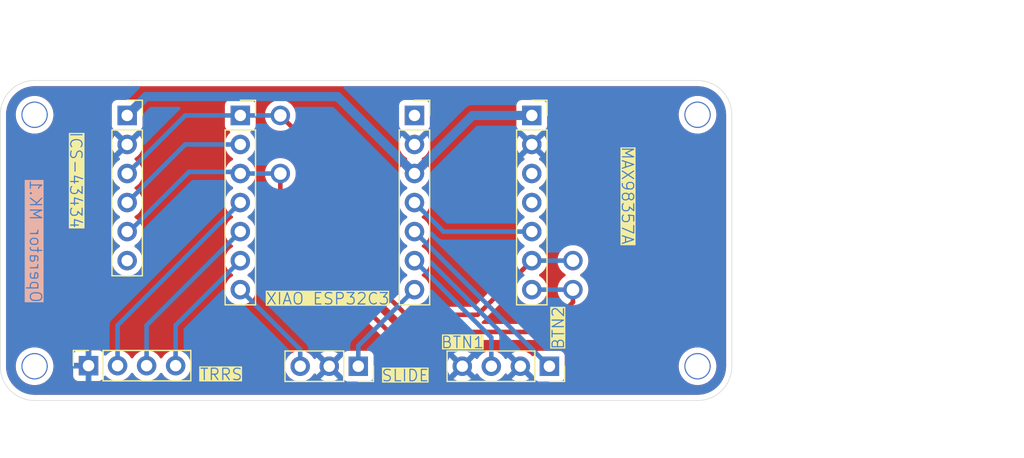
<source format=kicad_pcb>
(kicad_pcb (version 20241229) (generator "pcbnew") (generator_version "9.0")
  (layers (0 "F.Cu" signal) (2 "B.Cu" signal) (13 "F.Paste" user) (15 "B.Paste" user) (5 "F.SilkS" user "F.Silkscreen") (7 "B.SilkS" user "B.Silkscreen") (1 "F.Mask" user) (3 "B.Mask" user) (25 "Edge.Cuts" user))
  (net 0 "")
  (net 2 "BCLK")
  (net 3 "GND")
  (net 4 "LRC")
  (net 5 "3V")
  (net 6 "DOUT")
  (net 7 "DIN")
  (net 11 "D7")
  (net 12 "D9")
  (net 13 "D4")
  (net 14 "D8")
  (net 15 "D5")
  (net 16 "D6")
  (net 17 "D3")
  (footprint "Connector_PinSocket_2.54mm:PinSocket_1x07_P2.54mm_Vertical" (layer "F.Cu") (at 153.5 90.06)
    (property "Reference" "J4" (hide yes))
    (property "Value" "Speaker" (hide yes))
    (fp_line (start -1.33 1.27) (end -1.33 16.57) (stroke (width 0.12)) (layer "F.SilkS"))
    (fp_line (start -1.33 1.27) (end 1.33 1.27) (stroke (width 0.12)) (layer "F.SilkS"))
    (fp_line (start -1.33 16.57) (end 1.33 16.57) (stroke (width 0.12)) (layer "F.SilkS"))
    (fp_line (start 0 -1.33) (end 1.33 -1.33) (stroke (width 0.12)) (layer "F.SilkS"))
    (fp_line (start 1.33 -1.33) (end 1.33 0) (stroke (width 0.12)) (layer "F.SilkS"))
    (fp_line (start 1.33 1.27) (end 1.33 16.57) (stroke (width 0.12)) (layer "F.SilkS"))
    (pad "1" thru_hole rect (at 0 0) (size 1.7 1.7) (drill 1) (layers "*.Cu" "*.Mask") (net 5 "3V"))
    (pad "2" thru_hole circle (at 0 2.54) (size 1.7 1.7) (drill 1) (layers "*.Cu" "*.Mask") (net 3 "GND"))
    (pad "3" thru_hole circle (at 0 5.08) (size 1.7 1.7) (drill 1) (layers "*.Cu" "*.Mask"))
    (pad "4" thru_hole circle (at 0 7.62) (size 1.7 1.7) (drill 1) (layers "*.Cu" "*.Mask"))
    (pad "5" thru_hole circle (at 0 10.16) (size 1.7 1.7) (drill 1) (layers "*.Cu" "*.Mask") (net 7 "DIN"))
    (pad "6" thru_hole circle (at 0 12.7) (size 1.7 1.7) (drill 1) (layers "*.Cu" "*.Mask") (net 2 "BCLK"))
    (pad "7" thru_hole circle (at 0 15.24) (size 1.7 1.7) (drill 1) (layers "*.Cu" "*.Mask") (net 4 "LRC"))
  )
  (footprint "fab:MountingHole_M2" (layer "F.Cu") (at 168 90)
    (property "Reference" "REF**" (hide yes))
    (property "Value" "MountingHole_M2" (hide yes))
    (pad "" thru_hole circle (at 0 0) (size 2.3 2.3) (drill 2.1) (layers "*.Cu" "*.Mask"))
  )
  (footprint "Connector_PinSocket_2.54mm:PinSocket_1x04_P2.54mm_Vertical" (layer "F.Cu") (at 155.04 112 -90)
    (property "Reference" "J3" (hide yes))
    (property "Value" "Buttons" (hide yes))
    (fp_line (start -1.33 8.95) (end 1.33 8.95) (stroke (width 0.12)) (layer "F.SilkS"))
    (fp_line (start -1.33 1.27) (end -1.33 8.95) (stroke (width 0.12)) (layer "F.SilkS"))
    (fp_line (start -1.33 1.27) (end 1.33 1.27) (stroke (width 0.12)) (layer "F.SilkS"))
    (fp_line (start 1.33 1.27) (end 1.33 8.95) (stroke (width 0.12)) (layer "F.SilkS"))
    (fp_line (start 0 -1.33) (end 1.33 -1.33) (stroke (width 0.12)) (layer "F.SilkS"))
    (fp_line (start 1.33 -1.33) (end 1.33 0) (stroke (width 0.12)) (layer "F.SilkS"))
    (pad "1" thru_hole rect (at 0 0 270) (size 1.7 1.7) (drill 1) (layers "*.Cu" "*.Mask") (net 12 "D9"))
    (pad "2" thru_hole circle (at 0 2.54 270) (size 1.7 1.7) (drill 1) (layers "*.Cu" "*.Mask") (net 3 "GND"))
    (pad "3" thru_hole circle (at 0 5.08 270) (size 1.7 1.7) (drill 1) (layers "*.Cu" "*.Mask") (net 14 "D8"))
    (pad "4" thru_hole circle (at 0 7.62 270) (size 1.7 1.7) (drill 1) (layers "*.Cu" "*.Mask") (net 3 "GND"))
  )
  (footprint "fab:MountingHole_M2" (layer "F.Cu") (at 110 112)
    (property "Reference" "REF**" (hide yes))
    (property "Value" "MountingHole_M2" (hide yes))
    (pad "" thru_hole circle (at 0 0) (size 2.3 2.3) (drill 2.1) (layers "*.Cu" "*.Mask"))
  )
  (footprint "Connector_PinSocket_2.54mm:PinSocket_1x07_P2.54mm_Vertical" (layer "F.Cu") (at 128 90.06)
    (property "Reference" "J5" (hide yes))
    (property "Value" "Xiao Left" (hide yes))
    (fp_line (start -1.33 1.27) (end -1.33 16.57) (stroke (width 0.12)) (layer "F.SilkS"))
    (fp_line (start -1.33 1.27) (end 1.33 1.27) (stroke (width 0.12)) (layer "F.SilkS"))
    (fp_line (start -1.33 16.57) (end 1.33 16.57) (stroke (width 0.12)) (layer "F.SilkS"))
    (fp_line (start 0 -1.33) (end 1.33 -1.33) (stroke (width 0.12)) (layer "F.SilkS"))
    (fp_line (start 1.33 -1.33) (end 1.33 0) (stroke (width 0.12)) (layer "F.SilkS"))
    (fp_line (start 1.33 1.27) (end 1.33 16.57) (stroke (width 0.12)) (layer "F.SilkS"))
    (pad "1" thru_hole rect (at 0 0) (size 1.7 1.7) (drill 1) (layers "*.Cu" "*.Mask") (net 2 "BCLK"))
    (pad "2" thru_hole circle (at 0 2.54) (size 1.7 1.7) (drill 1) (layers "*.Cu" "*.Mask") (net 6 "DOUT"))
    (pad "3" thru_hole circle (at 0 5.08) (size 1.7 1.7) (drill 1) (layers "*.Cu" "*.Mask") (net 4 "LRC"))
    (pad "4" thru_hole circle (at 0 7.62) (size 1.7 1.7) (drill 1) (layers "*.Cu" "*.Mask") (net 17 "D3"))
    (pad "5" thru_hole circle (at 0 10.16) (size 1.7 1.7) (drill 1) (layers "*.Cu" "*.Mask") (net 13 "D4"))
    (pad "6" thru_hole circle (at 0 12.7) (size 1.7 1.7) (drill 1) (layers "*.Cu" "*.Mask") (net 15 "D5"))
    (pad "7" thru_hole circle (at 0 15.24) (size 1.7 1.7) (drill 1) (layers "*.Cu" "*.Mask") (net 16 "D6"))
  )
  (footprint "Connector_PinSocket_2.54mm:PinSocket_1x04_P2.54mm_Vertical" (layer "F.Cu") (at 114.72 111.95 90)
    (property "Reference" "J8" (hide yes))
    (property "Value" "TRRS Socket" (hide yes))
    (fp_line (start 1.33 -1.33) (end 1.33 0) (stroke (width 0.12)) (layer "F.SilkS"))
    (fp_line (start 0 -1.33) (end 1.33 -1.33) (stroke (width 0.12)) (layer "F.SilkS"))
    (fp_line (start 1.33 1.27) (end 1.33 8.95) (stroke (width 0.12)) (layer "F.SilkS"))
    (fp_line (start -1.33 1.27) (end 1.33 1.27) (stroke (width 0.12)) (layer "F.SilkS"))
    (fp_line (start -1.33 1.27) (end -1.33 8.95) (stroke (width 0.12)) (layer "F.SilkS"))
    (fp_line (start -1.33 8.95) (end 1.33 8.95) (stroke (width 0.12)) (layer "F.SilkS"))
    (pad "1" thru_hole rect (at 0 0 90) (size 1.7 1.7) (drill 1) (layers "*.Cu" "*.Mask") (net 3 "GND"))
    (pad "2" thru_hole circle (at 0 2.54 90) (size 1.7 1.7) (drill 1) (layers "*.Cu" "*.Mask") (net 17 "D3"))
    (pad "3" thru_hole circle (at 0 5.08 90) (size 1.7 1.7) (drill 1) (layers "*.Cu" "*.Mask") (net 13 "D4"))
    (pad "4" thru_hole circle (at 0 7.62 90) (size 1.7 1.7) (drill 1) (layers "*.Cu" "*.Mask") (net 15 "D5"))
  )
  (footprint "fab:MountingHole_M2" (layer "F.Cu") (at 168 112)
    (property "Reference" "REF**" (hide yes))
    (property "Value" "MountingHole_M2" (hide yes))
    (pad "" thru_hole circle (at 0 0) (size 2.3 2.3) (drill 2.1) (layers "*.Cu" "*.Mask"))
  )
  (footprint "Connector_PinSocket_2.54mm:PinSocket_1x07_P2.54mm_Vertical" (layer "F.Cu") (at 143.235 90.06)
    (property "Reference" "J6" (hide yes))
    (property "Value" "Xiao Right" (hide yes))
    (fp_line (start -1.33 1.27) (end -1.33 16.57) (stroke (width 0.12)) (layer "F.SilkS"))
    (fp_line (start -1.33 1.27) (end 1.33 1.27) (stroke (width 0.12)) (layer "F.SilkS"))
    (fp_line (start -1.33 16.57) (end 1.33 16.57) (stroke (width 0.12)) (layer "F.SilkS"))
    (fp_line (start 0 -1.33) (end 1.33 -1.33) (stroke (width 0.12)) (layer "F.SilkS"))
    (fp_line (start 1.33 -1.33) (end 1.33 0) (stroke (width 0.12)) (layer "F.SilkS"))
    (fp_line (start 1.33 1.27) (end 1.33 16.57) (stroke (width 0.12)) (layer "F.SilkS"))
    (pad "1" thru_hole rect (at 0 0) (size 1.7 1.7) (drill 1) (layers "*.Cu" "*.Mask"))
    (pad "2" thru_hole circle (at 0 2.54) (size 1.7 1.7) (drill 1) (layers "*.Cu" "*.Mask") (net 3 "GND"))
    (pad "3" thru_hole circle (at 0 5.08) (size 1.7 1.7) (drill 1) (layers "*.Cu" "*.Mask") (net 5 "3V"))
    (pad "4" thru_hole circle (at 0 7.62) (size 1.7 1.7) (drill 1) (layers "*.Cu" "*.Mask") (net 7 "DIN"))
    (pad "5" thru_hole circle (at 0 10.16) (size 1.7 1.7) (drill 1) (layers "*.Cu" "*.Mask") (net 12 "D9"))
    (pad "6" thru_hole circle (at 0 12.7) (size 1.7 1.7) (drill 1) (layers "*.Cu" "*.Mask") (net 14 "D8"))
    (pad "7" thru_hole circle (at 0 15.24) (size 1.7 1.7) (drill 1) (layers "*.Cu" "*.Mask") (net 11 "D7"))
  )
  (footprint "Connector_PinSocket_2.54mm:PinSocket_1x03_P2.54mm_Vertical" (layer "F.Cu") (at 138.32 112 -90)
    (property "Reference" "J1" (hide yes))
    (property "Value" "Slide Switch" (hide yes))
    (fp_line (start -1.33 6.41) (end 1.33 6.41) (stroke (width 0.12)) (layer "F.SilkS"))
    (fp_line (start -1.33 1.27) (end -1.33 6.41) (stroke (width 0.12)) (layer "F.SilkS"))
    (fp_line (start -1.33 1.27) (end 1.33 1.27) (stroke (width 0.12)) (layer "F.SilkS"))
    (fp_line (start 1.33 1.27) (end 1.33 6.41) (stroke (width 0.12)) (layer "F.SilkS"))
    (fp_line (start 0 -1.33) (end 1.33 -1.33) (stroke (width 0.12)) (layer "F.SilkS"))
    (fp_line (start 1.33 -1.33) (end 1.33 0) (stroke (width 0.12)) (layer "F.SilkS"))
    (pad "1" thru_hole rect (at 0 0 270) (size 1.7 1.7) (drill 1) (layers "*.Cu" "*.Mask") (net 11 "D7"))
    (pad "2" thru_hole circle (at 0 2.54 270) (size 1.7 1.7) (drill 1) (layers "*.Cu" "*.Mask") (net 3 "GND"))
    (pad "3" thru_hole circle (at 0 5.08 270) (size 1.7 1.7) (drill 1) (layers "*.Cu" "*.Mask") (net 16 "D6"))
  )
  (footprint "fab:MountingHole_M2" (layer "F.Cu") (at 110 90)
    (property "Reference" "REF**" (hide yes))
    (property "Value" "MountingHole_M2" (hide yes))
    (pad "" thru_hole circle (at 0 0) (size 2.3 2.3) (drill 2.1) (layers "*.Cu" "*.Mask"))
  )
  (footprint "Connector_PinSocket_2.54mm:PinSocket_1x06_P2.54mm_Vertical" (layer "F.Cu") (at 118.1 90.06)
    (property "Reference" "J2" (hide yes))
    (property "Value" "Microphone" (hide yes))
    (fp_line (start -1.33 1.27) (end -1.33 14.03) (stroke (width 0.12)) (layer "F.SilkS"))
    (fp_line (start -1.33 1.27) (end 1.33 1.27) (stroke (width 0.12)) (layer "F.SilkS"))
    (fp_line (start -1.33 14.03) (end 1.33 14.03) (stroke (width 0.12)) (layer "F.SilkS"))
    (fp_line (start 0 -1.33) (end 1.33 -1.33) (stroke (width 0.12)) (layer "F.SilkS"))
    (fp_line (start 1.33 -1.33) (end 1.33 0) (stroke (width 0.12)) (layer "F.SilkS"))
    (fp_line (start 1.33 1.27) (end 1.33 14.03) (stroke (width 0.12)) (layer "F.SilkS"))
    (pad "1" thru_hole rect (at 0 0) (size 1.7 1.7) (drill 1) (layers "*.Cu" "*.Mask") (net 5 "3V"))
    (pad "2" thru_hole circle (at 0 2.54) (size 1.7 1.7) (drill 1) (layers "*.Cu" "*.Mask") (net 3 "GND"))
    (pad "3" thru_hole circle (at 0 5.08) (size 1.7 1.7) (drill 1) (layers "*.Cu" "*.Mask") (net 2 "BCLK"))
    (pad "4" thru_hole circle (at 0 7.62) (size 1.7 1.7) (drill 1) (layers "*.Cu" "*.Mask") (net 6 "DOUT"))
    (pad "5" thru_hole circle (at 0 10.16) (size 1.7 1.7) (drill 1) (layers "*.Cu" "*.Mask") (net 4 "LRC"))
    (pad "6" thru_hole circle (at 0 12.7) (size 1.7 1.7) (drill 1) (layers "*.Cu" "*.Mask"))
  )
  (gr_line (start 168 87) (end 110 87) (stroke (width 0.05)) (layer "Edge.Cuts"))
  (gr_arc (start 107 90) (mid 107.87868 87.87868) (end 110 87) (stroke (width 0.05)) (layer "Edge.Cuts"))
  (gr_arc (start 168 87) (mid 170.12132 87.87868) (end 171 90) (stroke (width 0.05)) (layer "Edge.Cuts"))
  (gr_line (start 107 90) (end 107 112) (stroke (width 0.05)) (layer "Edge.Cuts"))
  (gr_line (start 110 115) (end 168 115) (stroke (width 0.05)) (layer "Edge.Cuts"))
  (gr_line (start 171 112) (end 171 90) (stroke (width 0.05)) (layer "Edge.Cuts"))
  (gr_arc (start 110 115) (mid 107.87868 114.12132) (end 107 112) (stroke (width 0.05)) (layer "Edge.Cuts"))
  (gr_arc (start 171 112) (mid 170.12132 114.12132) (end 168 115) (stroke (width 0.05)) (layer "Edge.Cuts"))
  (gr_text "ICS-43434" (at 113.03 91.44 270) (layer "F.SilkS" knockout) (effects (font (size 1 1) (thickness 0.1)) (justify left bottom)))
  (gr_text "TRRS" (at 124.4 113.3 0) (layer "F.SilkS" knockout) (effects (font (size 1 1) (thickness 0.1)) (justify left bottom)))
  (gr_text "BTN1" (at 145.5 110.5 0) (layer "F.SilkS" knockout) (effects (font (size 1 1) (thickness 0.1)) (justify left bottom)))
  (gr_text "SLIDE" (at 140.3 113.4 0) (layer "F.SilkS" knockout) (effects (font (size 1 1) (thickness 0.1)) (justify left bottom)))
  (gr_text "XIAO ESP32C3" (at 130.175 106.68 0) (layer "F.SilkS" knockout) (effects (font (size 1 1) (thickness 0.1)) (justify left bottom)))
  (gr_text "BTN2" (at 156.4 110.6 90) (layer "F.SilkS" knockout) (effects (font (size 1 1) (thickness 0.1)) (justify left bottom)))
  (gr_text "MAX98357A" (at 161.29 92.71 270) (layer "F.SilkS" knockout) (effects (font (size 1 1) (thickness 0.1)) (justify left bottom)))
  (gr_text "Operator MK.1" (at 109.5 106.5 270) (layer "B.SilkS" knockout) (effects (font (size 1 1) (thickness 0.1)) (justify left bottom mirror)))
  (segment (start 134 99) (end 142.5 107.5) (width 0.4) (layer "F.Cu") (net 2))
  (segment (start 148.76 107.5) (end 153.5 102.76) (width 0.4) (layer "F.Cu") (net 2))
  (segment (start 134 92.56) (end 134 99) (width 0.4) (layer "F.Cu") (net 2))
  (segment (start 142.5 107.5) (end 148.76 107.5) (width 0.4) (layer "F.Cu") (net 2))
  (segment (start 131.5 90.06) (end 134 92.56) (width 0.4) (layer "F.Cu") (net 2))
  (via (at 131.5 90.06) (size 1.7) (drill 1.1) (layers "F.Cu" "B.Cu") (net 2))
  (via (at 157.1 102.76) (size 1.7) (drill 1.1) (layers "F.Cu" "B.Cu") (net 2))
  (segment (start 128 90.06) (end 123.18 90.06) (width 0.4) (layer "B.Cu") (net 2))
  (segment (start 128 90.06) (end 131.5 90.06) (width 0.4) (layer "B.Cu") (net 2))
  (segment (start 123.18 90.06) (end 118.1 95.14) (width 0.4) (layer "B.Cu") (net 2))
  (segment (start 157.1 102.76) (end 153.5 102.76) (width 0.4) (layer "B.Cu") (net 2))
  (segment (start 135.96 112.4) (end 135.9 112.46) (width 0.4) (layer "F.Cu") (net 3))
  (segment (start 152.8 112.42) (end 152.68 112.3) (width 0.4) (layer "F.Cu") (net 3))
  (segment (start 141 109) (end 154.5 109) (width 0.4) (layer "F.Cu") (net 4))
  (segment (start 157.1 106.4) (end 157.1 105.3) (width 0.4) (layer "F.Cu") (net 4))
  (segment (start 154.5 109) (end 157.1 106.4) (width 0.4) (layer "F.Cu") (net 4))
  (segment (start 131.5 95.14) (end 131.5 99.5) (width 0.4) (layer "F.Cu") (net 4))
  (segment (start 131.5 99.5) (end 141 109) (width 0.4) (layer "F.Cu") (net 4))
  (via (at 157.1 105.3) (size 1.7) (drill 1.1) (layers "F.Cu" "B.Cu") (net 4))
  (via (at 131.5 95.14) (size 1.7) (drill 1.1) (layers "F.Cu" "B.Cu") (net 4))
  (segment (start 127.86 95) (end 123.5 95) (width 0.4) (layer "B.Cu") (net 4))
  (segment (start 157.1 105.3) (end 153.5 105.3) (width 0.4) (layer "B.Cu") (net 4))
  (segment (start 128 95.14) (end 127.86 95) (width 0.4) (layer "B.Cu") (net 4))
  (segment (start 128 95.14) (end 131.5 95.14) (width 0.4) (layer "B.Cu") (net 4))
  (segment (start 118.28 100.22) (end 118.1 100.22) (width 0.4) (layer "B.Cu") (net 4))
  (segment (start 123.5 95) (end 118.28 100.22) (width 0.4) (layer "B.Cu") (net 4))
  (segment (start 148.315 90.06) (end 153.5 90.06) (width 0.8) (layer "B.Cu") (net 5))
  (segment (start 119.751 88.409) (end 118.1 90.06) (width 0.8) (layer "B.Cu") (net 5))
  (segment (start 143.235 95.14) (end 148.315 90.06) (width 0.8) (layer "B.Cu") (net 5))
  (segment (start 136.504 88.409) (end 119.751 88.409) (width 0.8) (layer "B.Cu") (net 5))
  (segment (start 143.235 95.14) (end 136.504 88.409) (width 0.8) (layer "B.Cu") (net 5))
  (segment (start 123.18 92.6) (end 118.1 97.68) (width 0.4) (layer "B.Cu") (net 6))
  (segment (start 128 92.6) (end 123.18 92.6) (width 0.4) (layer "B.Cu") (net 6))
  (segment (start 143.235 97.68) (end 145.775 100.22) (width 0.4) (layer "B.Cu") (net 7))
  (segment (start 145.775 100.22) (end 153.5 100.22) (width 0.4) (layer "B.Cu") (net 7))
  (segment (start 138.5 111.94) (end 138.5 112.4) (width 0.4) (layer "F.Cu") (net 11))
  (segment (start 143.235 105.3) (end 138.32 110.215) (width 0.4) (layer "B.Cu") (net 11))
  (segment (start 138.32 110.215) (end 138.32 112) (width 0.4) (layer "B.Cu") (net 11))
  (segment (start 154.94 112.3) (end 155.22 112.3) (width 0.4) (layer "F.Cu") (net 12))
  (segment (start 155.22 111.72) (end 155.22 112.3) (width 0.4) (layer "F.Cu") (net 12))
  (segment (start 143.235 100.22) (end 155.015 112) (width 0.4) (layer "B.Cu") (net 12))
  (segment (start 155.015 112) (end 155.04 112) (width 0.4) (layer "B.Cu") (net 12))
  (segment (start 128 100.22) (end 119.8 108.42) (width 0.4) (layer "B.Cu") (net 13))
  (segment (start 119.8 108.42) (end 119.8 111.95) (width 0.4) (layer "B.Cu") (net 13))
  (segment (start 149.96 109.485) (end 149.96 112) (width 0.4) (layer "B.Cu") (net 14))
  (segment (start 143.235 102.76) (end 149.96 109.485) (width 0.4) (layer "B.Cu") (net 14))
  (segment (start 128 102.76) (end 122.34 108.42) (width 0.4) (layer "B.Cu") (net 15))
  (segment (start 122.34 108.42) (end 122.34 111.95) (width 0.4) (layer "B.Cu") (net 15))
  (segment (start 128 105.3) (end 133.24 110.54) (width 0.4) (layer "B.Cu") (net 16))
  (segment (start 133.24 110.54) (end 133.24 112) (width 0.4) (layer "B.Cu") (net 16))
  (segment (start 117.26 108.42) (end 117.26 111.95) (width 0.4) (layer "B.Cu") (net 17))
  (segment (start 128 97.68) (end 117.26 108.42) (width 0.4) (layer "B.Cu") (net 17))
  (zone (net 0) (net_name "") (layer "F.Cu") (connect_pads (clearance 0.5)) (min_thickness 0.25) (fill yes (thermal_gap 0.5) (thermal_bridge_width 0.5) (island_removal_mode 1) (island_area_min 10))
    (polygon (pts (xy 171 87) (xy 107 86.995) (xy 107 115) (xy 171 115)))
  )
  (zone (net 3) (net_name "GND") (layer "B.Cu") (priority 1) (connect_pads (clearance 0.5)) (min_thickness 0.25) (fill yes (thermal_gap 0.5) (thermal_bridge_width 0.5))
    (polygon (pts (xy 171 115) (xy 171 87) (xy 107 87) (xy 107 115)))
  )
)
</source>
